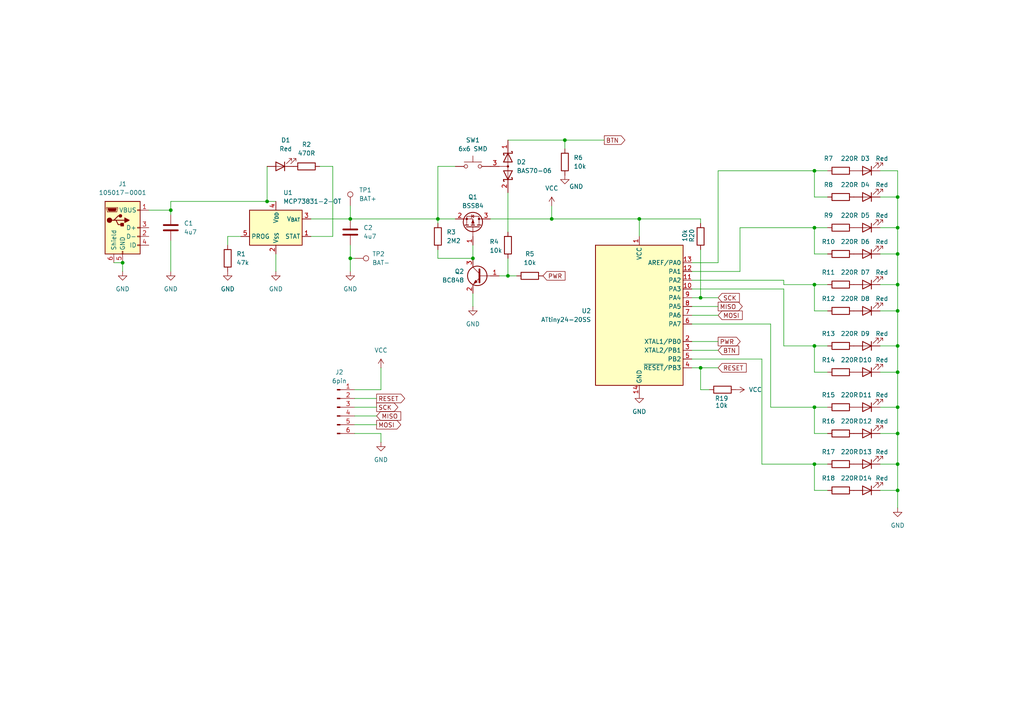
<source format=kicad_sch>
(kicad_sch (version 20250114) (generator "eeschema") (generator_version "9.0")
  (paper "A4")
  (lib_symbols
    (symbol "Battery_Management:MCP73831-2-OT"
      (property "Reference" "U" (at -7.62 6.35 0))
      (property "Value" "MCP73831-2-OT" (at 1.27 6.35 0))
      (symbol "MCP73831-2-OT_0_1"
        (rectangle (start -7.62 5.08) (end 7.62 -5.08) (stroke (width 0.254)) (fill (type background)))
      )
      (symbol "MCP73831-2-OT_1_1"
        (pin input line (at -10.16 -2.54 0) (length 2.54) (name "PROG") (number "5"))
        (pin power_in line (at 0 7.62 270) (length 2.54) (name "V_{DD}") (number "4"))
        (pin power_in line (at 0 -7.62 90) (length 2.54) (name "V_{SS}") (number "2"))
        (pin power_out line (at 10.16 2.54 180) (length 2.54) (name "V_{BAT}") (number "3"))
        (pin tri_state line (at 10.16 -2.54 180) (length 2.54) (name "STAT") (number "1"))
      )
    )
    (symbol "Connector:Conn_01x06_Pin" (pin_names (offset 1.016) (hide yes))
      (property "Reference" "J" (at 0 7.62 0))
      (property "Value" "Conn_01x06_Pin" (at 0 -10.16 0))
      (symbol "Conn_01x06_Pin_1_1"
        (rectangle (start 0.8636 5.207) (end 0 4.953) (stroke (width 0.1524)) (fill (type outline)))
        (rectangle (start 0.8636 2.667) (end 0 2.413) (stroke (width 0.1524)) (fill (type outline)))
        (rectangle (start 0.8636 0.127) (end 0 -0.127) (stroke (width 0.1524)) (fill (type outline)))
        (rectangle (start 0.8636 -2.413) (end 0 -2.667) (stroke (width 0.1524)) (fill (type outline)))
        (rectangle (start 0.8636 -4.953) (end 0 -5.207) (stroke (width 0.1524)) (fill (type outline)))
        (rectangle (start 0.8636 -7.493) (end 0 -7.747) (stroke (width 0.1524)) (fill (type outline)))
        (polyline (pts (xy 1.27 5.08) (xy 0.8636 5.08)) (stroke (width 0.1524)))
        (polyline (pts (xy 1.27 2.54) (xy 0.8636 2.54)) (stroke (width 0.1524)))
        (polyline (pts (xy 1.27 0) (xy 0.8636 0)) (stroke (width 0.1524)))
        (polyline (pts (xy 1.27 -2.54) (xy 0.8636 -2.54)) (stroke (width 0.1524)))
        (polyline (pts (xy 1.27 -5.08) (xy 0.8636 -5.08)) (stroke (width 0.1524)))
        (polyline (pts (xy 1.27 -7.62) (xy 0.8636 -7.62)) (stroke (width 0.1524)))
        (pin passive line (at 5.08 5.08 180) (length 3.81) (name "Pin_1") (number "1"))
        (pin passive line (at 5.08 2.54 180) (length 3.81) (name "Pin_2") (number "2"))
        (pin passive line (at 5.08 0 180) (length 3.81) (name "Pin_3") (number "3"))
        (pin passive line (at 5.08 -2.54 180) (length 3.81) (name "Pin_4") (number "4"))
        (pin passive line (at 5.08 -5.08 180) (length 3.81) (name "Pin_5") (number "5"))
        (pin passive line (at 5.08 -7.62 180) (length 3.81) (name "Pin_6") (number "6"))
      )
    )
    (symbol "Connector:TestPoint" (pin_numbers (hide yes)) (pin_names (offset 0.762) (hide yes))
      (property "Reference" "TP" (at 0 6.858 0))
      (property "Value" "TestPoint" (at 0 5.08 0))
      (symbol "TestPoint_0_1"
        (circle (center 0 3.302) (radius 0.762))
      )
      (symbol "TestPoint_1_1"
        (pin passive line (at 0 0 90) (length 2.54) (name "1") (number "1"))
      )
    )
    (symbol "Connector:USB_B_Micro" (pin_names (offset 1.016))
      (property "Reference" "J" (at -5.08 11.43 0))
      (property "Value" "USB_B_Micro" (at -5.08 8.89 0))
      (symbol "USB_B_Micro_0_1"
        (rectangle (start -5.08 -7.62) (end 5.08 7.62) (stroke (width 0.254)) (fill (type background)))
        (polyline (pts (xy -4.699 5.842) (xy -4.699 5.588) (xy -4.445 4.826) (xy -4.445 4.572) (xy -1.651 4.572) (xy -1.651 4.826) (xy -1.397 5.588) (xy -1.397 5.842) (xy -4.699 5.842)))
        (polyline (pts (xy -4.318 5.588) (xy -1.778 5.588) (xy -2.032 4.826) (xy -4.064 4.826) (xy -4.318 5.588)) (fill (type outline)))
        (circle (center -3.81 2.159) (radius 0.635) (stroke (width 0.254)) (fill (type outline)))
        (polyline (pts (xy -3.175 2.159) (xy -2.54 2.159) (xy -1.27 3.429) (xy -0.635 3.429)) (stroke (width 0.254)))
        (polyline (pts (xy -2.54 2.159) (xy -1.905 2.159) (xy -1.27 0.889) (xy 0 0.889)) (stroke (width 0.254)))
        (polyline (pts (xy -1.905 2.159) (xy 0.635 2.159)) (stroke (width 0.254)))
        (circle (center -0.635 3.429) (radius 0.381) (stroke (width 0.254)) (fill (type outline)))
        (rectangle (start -0.127 -7.62) (end 0.127 -6.858))
        (rectangle (start 0.254 1.27) (end -0.508 0.508) (stroke (width 0.254)) (fill (type outline)))
        (polyline (pts (xy 0.635 2.794) (xy 0.635 1.524) (xy 1.905 2.159) (xy 0.635 2.794)) (stroke (width 0.254)) (fill (type outline)))
        (rectangle (start 5.08 4.953) (end 4.318 5.207))
        (rectangle (start 5.08 -0.127) (end 4.318 0.127))
        (rectangle (start 5.08 -2.667) (end 4.318 -2.413))
        (rectangle (start 5.08 -5.207) (end 4.318 -4.953))
      )
      (symbol "USB_B_Micro_1_1"
        (pin passive line (at -2.54 -10.16 90) (length 2.54) (name "Shield") (number "6"))
        (pin power_out line (at 0 -10.16 90) (length 2.54) (name "GND") (number "5"))
        (pin power_out line (at 7.62 5.08 180) (length 2.54) (name "VBUS") (number "1"))
        (pin bidirectional line (at 7.62 0 180) (length 2.54) (name "D+") (number "3"))
        (pin bidirectional line (at 7.62 -2.54 180) (length 2.54) (name "D-") (number "2"))
        (pin passive line (at 7.62 -5.08 180) (length 2.54) (name "ID") (number "4"))
      )
    )
    (symbol "Device:C" (pin_numbers (hide yes)) (pin_names (offset 0.254))
      (property "Reference" "C" (at 0.635 2.54 0))
      (property "Value" "C" (at 0.635 -2.54 0))
      (symbol "C_0_1"
        (polyline (pts (xy -2.032 0.762) (xy 2.032 0.762)) (stroke (width 0.508)))
        (polyline (pts (xy -2.032 -0.762) (xy 2.032 -0.762)) (stroke (width 0.508)))
      )
      (symbol "C_1_1"
        (pin passive line (at 0 3.81 270) (length 2.794) (name "~") (number "1"))
        (pin passive line (at 0 -3.81 90) (length 2.794) (name "~") (number "2"))
      )
    )
    (symbol "Device:D_Schottky_Dual_CommonAnode_KKA" (pin_names (offset 0.762) (hide yes))
      (property "Reference" "D" (at 1.27 -2.54 0))
      (property "Value" "D_Schottky_Dual_CommonAnode_KKA" (at 0 2.54 0))
      (symbol "D_Schottky_Dual_CommonAnode_KKA_0_1"
        (polyline (pts (xy -3.81 1.27) (xy -3.81 -1.27) (xy -3.81 -1.27)) (stroke (width 0.254)))
        (polyline (pts (xy -3.81 1.27) (xy -4.318 1.27) (xy -4.318 1.016) (xy -4.318 1.016)) (stroke (width 0.254)))
        (polyline (pts (xy -3.556 0) (xy 3.81 0)))
        (polyline (pts (xy -3.302 -1.016) (xy -3.302 -1.27) (xy -3.81 -1.27) (xy -3.81 -1.27) (xy -3.81 -1.27)) (stroke (width 0.254)))
        (polyline (pts (xy -1.27 -1.27) (xy -3.81 0) (xy -1.27 1.27) (xy -1.27 -1.27) (xy -1.27 -1.27) (xy -1.27 -1.27)) (stroke (width 0.254)))
        (polyline (pts (xy 0 0) (xy 0 -2.54)))
        (circle (center 0 0) (radius 0.254) (fill (type outline)))
        (polyline (pts (xy 1.27 1.27) (xy 3.81 0) (xy 1.27 -1.27) (xy 1.27 1.27) (xy 1.27 1.27) (xy 1.27 1.27)) (stroke (width 0.254)))
        (polyline (pts (xy 3.81 1.27) (xy 3.81 -1.27) (xy 3.81 -1.27)) (stroke (width 0.254)))
        (polyline (pts (xy 3.81 1.27) (xy 3.302 1.27) (xy 3.302 1.016) (xy 3.302 1.016)) (stroke (width 0.254)))
        (polyline (pts (xy 3.81 -1.27) (xy 4.318 -1.27) (xy 4.318 -1.016) (xy 4.318 -1.016)) (stroke (width 0.254)))
        (pin passive line (at -7.62 0 0) (length 3.81) (name "K") (number "1"))
        (pin passive line (at 0 -5.08 90) (length 2.54) (name "A") (number "3"))
        (pin passive line (at 7.62 0 180) (length 3.81) (name "K") (number "2"))
      )
    )
    (symbol "Device:LED" (pin_numbers (hide yes)) (pin_names (offset 1.016) (hide yes))
      (property "Reference" "D" (at 0 2.54 0))
      (property "Value" "LED" (at 0 -2.54 0))
      (symbol "LED_0_1"
        (polyline (pts (xy -3.048 -0.762) (xy -4.572 -2.286) (xy -3.81 -2.286) (xy -4.572 -2.286) (xy -4.572 -1.524)))
        (polyline (pts (xy -1.778 -0.762) (xy -3.302 -2.286) (xy -2.54 -2.286) (xy -3.302 -2.286) (xy -3.302 -1.524)))
        (polyline (pts (xy -1.27 0) (xy 1.27 0)))
        (polyline (pts (xy -1.27 -1.27) (xy -1.27 1.27)) (stroke (width 0.254)))
        (polyline (pts (xy 1.27 -1.27) (xy 1.27 1.27) (xy -1.27 0) (xy 1.27 -1.27)) (stroke (width 0.254)))
      )
      (symbol "LED_1_1"
        (pin passive line (at -3.81 0 0) (length 2.54) (name "K") (number "1"))
        (pin passive line (at 3.81 0 180) (length 2.54) (name "A") (number "2"))
      )
    )
    (symbol "Device:R" (pin_numbers (hide yes)) (pin_names (offset 0))
      (property "Reference" "R" (at 2.032 0 90))
      (property "Value" "R" (at 0 0 90))
      (symbol "R_0_1"
        (rectangle (start -1.016 -2.54) (end 1.016 2.54) (stroke (width 0.254)))
      )
      (symbol "R_1_1"
        (pin passive line (at 0 3.81 270) (length 1.27) (name "~") (number "1"))
        (pin passive line (at 0 -3.81 90) (length 1.27) (name "~") (number "2"))
      )
    )
    (symbol "MCU_Microchip_ATtiny:ATtiny24-20SS"
      (property "Reference" "U" (at -12.7 21.59 0))
      (property "Value" "ATtiny24-20SS" (at 2.54 -21.59 0))
      (symbol "ATtiny24-20SS_0_1"
        (rectangle (start -12.7 -20.32) (end 12.7 20.32) (stroke (width 0.254)) (fill (type background)))
      )
      (symbol "ATtiny24-20SS_1_1"
        (pin power_in line (at 0 22.86 270) (length 2.54) (name "VCC") (number "1"))
        (pin power_in line (at 0 -22.86 90) (length 2.54) (name "GND") (number "14"))
        (pin bidirectional line (at 15.24 15.24 180) (length 2.54) (name "AREF/PA0") (number "13"))
        (pin bidirectional line (at 15.24 12.7 180) (length 2.54) (name "PA1") (number "12"))
        (pin bidirectional line (at 15.24 10.16 180) (length 2.54) (name "PA2") (number "11"))
        (pin bidirectional line (at 15.24 7.62 180) (length 2.54) (name "PA3") (number "10"))
        (pin bidirectional line (at 15.24 5.08 180) (length 2.54) (name "PA4") (number "9"))
        (pin bidirectional line (at 15.24 2.54 180) (length 2.54) (name "PA5") (number "8"))
        (pin bidirectional line (at 15.24 0 180) (length 2.54) (name "PA6") (number "7"))
        (pin bidirectional line (at 15.24 -2.54 180) (length 2.54) (name "PA7") (number "6"))
        (pin bidirectional line (at 15.24 -7.62 180) (length 2.54) (name "XTAL1/PB0") (number "2"))
        (pin bidirectional line (at 15.24 -10.16 180) (length 2.54) (name "XTAL2/PB1") (number "3"))
        (pin bidirectional line (at 15.24 -12.7 180) (length 2.54) (name "PB2") (number "5"))
        (pin bidirectional line (at 15.24 -15.24 180) (length 2.54) (name "~{RESET}/PB3") (number "4"))
      )
    )
    (symbol "Switch:SW_Push" (pin_numbers (hide yes)) (pin_names (offset 1.016) (hide yes))
      (property "Reference" "SW" (at 1.27 2.54 0))
      (property "Value" "SW_Push" (at 0 -1.524 0))
      (symbol "SW_Push_0_1"
        (circle (center -2.032 0) (radius 0.508))
        (polyline (pts (xy 0 1.27) (xy 0 3.048)))
        (circle (center 2.032 0) (radius 0.508))
        (polyline (pts (xy 2.54 1.27) (xy -2.54 1.27)))
        (pin passive line (at -5.08 0 0) (length 2.54) (name "1") (number "1"))
        (pin passive line (at 5.08 0 180) (length 2.54) (name "2") (number "2"))
      )
    )
    (symbol "Transistor_BJT:BC848" (pin_names (offset 0) (hide yes))
      (property "Reference" "Q" (at 5.08 1.905 0))
      (property "Value" "BC848" (at 5.08 0 0))
      (symbol "BC848_0_1"
        (polyline (pts (xy -2.54 0) (xy 0.635 0)))
        (polyline (pts (xy 0.635 1.905) (xy 0.635 -1.905)) (stroke (width 0.508)))
        (circle (center 1.27 0) (radius 2.8194) (stroke (width 0.254)))
      )
      (symbol "BC848_1_1"
        (polyline (pts (xy 0.635 0.635) (xy 2.54 2.54)))
        (polyline (pts (xy 0.635 -0.635) (xy 2.54 -2.54)))
        (polyline (pts (xy 1.27 -1.778) (xy 1.778 -1.27) (xy 2.286 -2.286) (xy 1.27 -1.778)) (fill (type outline)))
        (pin input line (at -5.08 0 0) (length 2.54) (name "B") (number "1"))
        (pin passive line (at 2.54 5.08 270) (length 2.54) (name "C") (number "3"))
        (pin passive line (at 2.54 -5.08 90) (length 2.54) (name "E") (number "2"))
      )
    )
    (symbol "Transistor_FET:BSS84" (pin_names (hide yes))
      (property "Reference" "Q" (at 5.08 1.905 0))
      (property "Value" "BSS84" (at 5.08 0 0))
      (symbol "BSS84_0_1"
        (polyline (pts (xy 0.254 1.905) (xy 0.254 -1.905)) (stroke (width 0.254)))
        (polyline (pts (xy 0.254 0) (xy -2.54 0)))
        (polyline (pts (xy 0.762 2.286) (xy 0.762 1.27)) (stroke (width 0.254)))
        (polyline (pts (xy 0.762 1.778) (xy 3.302 1.778) (xy 3.302 -1.778) (xy 0.762 -1.778)))
        (polyline (pts (xy 0.762 0.508) (xy 0.762 -0.508)) (stroke (width 0.254)))
        (polyline (pts (xy 0.762 -1.27) (xy 0.762 -2.286)) (stroke (width 0.254)))
        (circle (center 1.651 0) (radius 2.794) (stroke (width 0.254)))
        (polyline (pts (xy 2.286 0) (xy 1.27 0.381) (xy 1.27 -0.381) (xy 2.286 0)) (fill (type outline)))
        (polyline (pts (xy 2.54 2.54) (xy 2.54 1.778)))
        (circle (center 2.54 1.778) (radius 0.254) (fill (type outline)))
        (circle (center 2.54 -1.778) (radius 0.254) (fill (type outline)))
        (polyline (pts (xy 2.54 -2.54) (xy 2.54 0) (xy 0.762 0)))
        (polyline (pts (xy 2.794 -0.508) (xy 2.921 -0.381) (xy 3.683 -0.381) (xy 3.81 -0.254)))
        (polyline (pts (xy 3.302 -0.381) (xy 2.921 0.254) (xy 3.683 0.254) (xy 3.302 -0.381)))
      )
      (symbol "BSS84_1_1"
        (pin input line (at -5.08 0 0) (length 2.54) (name "G") (number "1"))
        (pin passive line (at 2.54 5.08 270) (length 2.54) (name "D") (number "3"))
        (pin passive line (at 2.54 -5.08 90) (length 2.54) (name "S") (number "2"))
      )
    )
    (symbol "power:GND" (power) (pin_numbers (hide yes)) (pin_names (offset 0) (hide yes))
      (property "Value" "GND" (at 0 -3.81 0))
      (symbol "GND_0_1"
        (polyline (pts (xy 0 0) (xy 0 -1.27) (xy 1.27 -1.27) (xy 0 -2.54) (xy -1.27 -1.27) (xy 0 -1.27)))
      )
      (symbol "GND_1_1"
        (pin power_in line (at 0 0 270) (length 0) (name "~") (number "1"))
      )
    )
    (symbol "power:VCC" (power) (pin_numbers (hide yes)) (pin_names (offset 0) (hide yes))
      (property "Value" "VCC" (at 0 3.556 0))
      (symbol "VCC_0_1"
        (polyline (pts (xy -0.762 1.27) (xy 0 2.54)))
        (polyline (pts (xy 0 2.54) (xy 0.762 1.27)))
        (polyline (pts (xy 0 0) (xy 0 2.54)))
      )
      (symbol "VCC_1_1"
        (pin power_in line (at 0 0 90) (length 0) (name "~") (number "1"))
      )
    )
  )
  (junction (at 260.35 82.55))
  (junction (at 260.35 57.15))
  (junction (at 35.56 76.2))
  (junction (at 49.53 60.96))
  (junction (at 260.35 118.11))
  (junction (at 236.22 82.55))
  (junction (at 101.6 63.5))
  (junction (at 236.22 134.62))
  (junction (at 260.35 90.17))
  (junction (at 236.22 118.11))
  (junction (at 236.22 100.33))
  (junction (at 77.47 58.42))
  (junction (at 185.42 63.5))
  (junction (at 260.35 134.62))
  (junction (at 137.16 74.93))
  (junction (at 163.83 40.64))
  (junction (at 203.2 86.36))
  (junction (at 260.35 100.33))
  (junction (at 236.22 66.04))
  (junction (at 260.35 125.73))
  (junction (at 260.35 73.66))
  (junction (at 260.35 66.04))
  (junction (at 127 63.5))
  (junction (at 260.35 107.95))
  (junction (at 101.6 74.93))
  (junction (at 236.22 49.53))
  (junction (at 147.32 80.01))
  (junction (at 203.2 106.68))
  (junction (at 160.02 63.5))
  (junction (at 260.35 142.24))
  (wire (pts (xy 102.87 118.11) (xy 109.22 118.11)))
  (wire (pts (xy 200.66 76.2) (xy 208.28 76.2)))
  (wire (pts (xy 66.04 68.58) (xy 69.85 68.58)))
  (wire (pts (xy 255.27 82.55) (xy 260.35 82.55)))
  (wire (pts (xy 142.24 63.5) (xy 160.02 63.5)))
  (wire (pts (xy 255.27 134.62) (xy 260.35 134.62)))
  (wire (pts (xy 200.66 91.44) (xy 208.28 91.44)))
  (wire (pts (xy 35.56 76.2) (xy 35.56 78.74)))
  (wire (pts (xy 43.18 60.96) (xy 49.53 60.96)))
  (wire (pts (xy 227.33 83.82) (xy 227.33 100.33)))
  (wire (pts (xy 260.35 90.17) (xy 260.35 100.33)))
  (wire (pts (xy 147.32 55.88) (xy 147.32 67.31)))
  (wire (pts (xy 260.35 82.55) (xy 260.35 90.17)))
  (wire (pts (xy 77.47 48.26) (xy 77.47 58.42)))
  (wire (pts (xy 149.86 80.01) (xy 147.32 80.01)))
  (wire (pts (xy 200.66 81.28) (xy 227.33 81.28)))
  (wire (pts (xy 49.53 60.96) (xy 49.53 62.23)))
  (wire (pts (xy 214.63 66.04) (xy 236.22 66.04)))
  (wire (pts (xy 260.35 100.33) (xy 260.35 107.95)))
  (wire (pts (xy 236.22 118.11) (xy 236.22 125.73)))
  (wire (pts (xy 255.27 107.95) (xy 260.35 107.95)))
  (wire (pts (xy 80.01 73.66) (xy 80.01 78.74)))
  (wire (pts (xy 236.22 142.24) (xy 240.03 142.24)))
  (wire (pts (xy 137.16 85.09) (xy 137.16 88.9)))
  (wire (pts (xy 203.2 106.68) (xy 203.2 113.03)))
  (wire (pts (xy 163.83 40.64) (xy 163.83 43.18)))
  (wire (pts (xy 96.52 48.26) (xy 92.71 48.26)))
  (wire (pts (xy 236.22 134.62) (xy 236.22 142.24)))
  (wire (pts (xy 255.27 73.66) (xy 260.35 73.66)))
  (wire (pts (xy 260.35 57.15) (xy 260.35 66.04)))
  (wire (pts (xy 240.03 66.04) (xy 236.22 66.04)))
  (wire (pts (xy 208.28 49.53) (xy 236.22 49.53)))
  (wire (pts (xy 200.66 83.82) (xy 227.33 83.82)))
  (wire (pts (xy 200.66 106.68) (xy 203.2 106.68)))
  (wire (pts (xy 208.28 76.2) (xy 208.28 49.53)))
  (wire (pts (xy 240.03 118.11) (xy 236.22 118.11)))
  (wire (pts (xy 236.22 125.73) (xy 240.03 125.73)))
  (wire (pts (xy 227.33 81.28) (xy 227.33 82.55)))
  (wire (pts (xy 147.32 80.01) (xy 144.78 80.01)))
  (wire (pts (xy 160.02 59.69) (xy 160.02 63.5)))
  (wire (pts (xy 255.27 118.11) (xy 260.35 118.11)))
  (wire (pts (xy 200.66 104.14) (xy 220.98 104.14)))
  (wire (pts (xy 255.27 57.15) (xy 260.35 57.15)))
  (wire (pts (xy 160.02 63.5) (xy 185.42 63.5)))
  (wire (pts (xy 240.03 82.55) (xy 236.22 82.55)))
  (wire (pts (xy 203.2 86.36) (xy 208.28 86.36)))
  (wire (pts (xy 200.66 78.74) (xy 214.63 78.74)))
  (wire (pts (xy 223.52 118.11) (xy 236.22 118.11)))
  (wire (pts (xy 132.08 48.26) (xy 127 48.26)))
  (wire (pts (xy 260.35 107.95) (xy 260.35 118.11)))
  (wire (pts (xy 236.22 73.66) (xy 240.03 73.66)))
  (wire (pts (xy 203.2 72.39) (xy 203.2 86.36)))
  (wire (pts (xy 77.47 58.42) (xy 80.01 58.42)))
  (wire (pts (xy 220.98 134.62) (xy 236.22 134.62)))
  (wire (pts (xy 227.33 100.33) (xy 236.22 100.33)))
  (wire (pts (xy 102.87 123.19) (xy 109.22 123.19)))
  (wire (pts (xy 101.6 74.93) (xy 101.6 78.74)))
  (wire (pts (xy 240.03 100.33) (xy 236.22 100.33)))
  (wire (pts (xy 240.03 134.62) (xy 236.22 134.62)))
  (wire (pts (xy 66.04 71.12) (xy 66.04 68.58)))
  (wire (pts (xy 127 63.5) (xy 132.08 63.5)))
  (wire (pts (xy 236.22 57.15) (xy 240.03 57.15)))
  (wire (pts (xy 49.53 69.85) (xy 49.53 78.74)))
  (wire (pts (xy 185.42 63.5) (xy 203.2 63.5)))
  (wire (pts (xy 236.22 90.17) (xy 240.03 90.17)))
  (wire (pts (xy 227.33 82.55) (xy 236.22 82.55)))
  (wire (pts (xy 260.35 125.73) (xy 260.35 134.62)))
  (wire (pts (xy 102.87 115.57) (xy 109.22 115.57)))
  (wire (pts (xy 200.66 99.06) (xy 208.28 99.06)))
  (wire (pts (xy 214.63 78.74) (xy 214.63 66.04)))
  (wire (pts (xy 110.49 113.03) (xy 110.49 106.68)))
  (wire (pts (xy 255.27 100.33) (xy 260.35 100.33)))
  (wire (pts (xy 200.66 93.98) (xy 223.52 93.98)))
  (wire (pts (xy 110.49 125.73) (xy 110.49 128.27)))
  (wire (pts (xy 236.22 100.33) (xy 236.22 107.95)))
  (wire (pts (xy 127 48.26) (xy 127 63.5)))
  (wire (pts (xy 255.27 142.24) (xy 260.35 142.24)))
  (wire (pts (xy 200.66 86.36) (xy 203.2 86.36)))
  (wire (pts (xy 255.27 125.73) (xy 260.35 125.73)))
  (wire (pts (xy 255.27 90.17) (xy 260.35 90.17)))
  (wire (pts (xy 255.27 66.04) (xy 260.35 66.04)))
  (wire (pts (xy 101.6 63.5) (xy 101.6 59.69)))
  (wire (pts (xy 102.87 125.73) (xy 110.49 125.73)))
  (wire (pts (xy 205.74 113.03) (xy 203.2 113.03)))
  (wire (pts (xy 147.32 74.93) (xy 147.32 80.01)))
  (wire (pts (xy 137.16 74.93) (xy 137.16 71.12)))
  (wire (pts (xy 236.22 66.04) (xy 236.22 73.66)))
  (wire (pts (xy 127 72.39) (xy 127 74.93)))
  (wire (pts (xy 200.66 101.6) (xy 208.28 101.6)))
  (wire (pts (xy 223.52 93.98) (xy 223.52 118.11)))
  (wire (pts (xy 49.53 58.42) (xy 77.47 58.42)))
  (wire (pts (xy 49.53 58.42) (xy 49.53 60.96)))
  (wire (pts (xy 255.27 49.53) (xy 260.35 49.53)))
  (wire (pts (xy 260.35 118.11) (xy 260.35 125.73)))
  (wire (pts (xy 90.17 68.58) (xy 96.52 68.58)))
  (wire (pts (xy 203.2 106.68) (xy 208.28 106.68)))
  (wire (pts (xy 236.22 82.55) (xy 236.22 90.17)))
  (wire (pts (xy 127 64.77) (xy 127 63.5)))
  (wire (pts (xy 240.03 49.53) (xy 236.22 49.53)))
  (wire (pts (xy 260.35 73.66) (xy 260.35 82.55)))
  (wire (pts (xy 203.2 64.77) (xy 203.2 63.5)))
  (wire (pts (xy 236.22 49.53) (xy 236.22 57.15)))
  (wire (pts (xy 260.35 66.04) (xy 260.35 73.66)))
  (wire (pts (xy 185.42 63.5) (xy 185.42 68.58)))
  (wire (pts (xy 33.02 76.2) (xy 35.56 76.2)))
  (wire (pts (xy 96.52 68.58) (xy 96.52 48.26)))
  (wire (pts (xy 102.87 113.03) (xy 110.49 113.03)))
  (wire (pts (xy 101.6 63.5) (xy 127 63.5)))
  (wire (pts (xy 220.98 104.14) (xy 220.98 134.62)))
  (wire (pts (xy 101.6 74.93) (xy 102.87 74.93)))
  (wire (pts (xy 236.22 107.95) (xy 240.03 107.95)))
  (wire (pts (xy 260.35 49.53) (xy 260.35 57.15)))
  (wire (pts (xy 260.35 142.24) (xy 260.35 147.32)))
  (wire (pts (xy 147.32 40.64) (xy 163.83 40.64)))
  (wire (pts (xy 200.66 88.9) (xy 208.28 88.9)))
  (wire (pts (xy 163.83 40.64) (xy 175.26 40.64)))
  (wire (pts (xy 101.6 71.12) (xy 101.6 74.93)))
  (wire (pts (xy 102.87 120.65) (xy 109.22 120.65)))
  (wire (pts (xy 90.17 63.5) (xy 101.6 63.5)))
  (wire (pts (xy 127 74.93) (xy 137.16 74.93)))
  (wire (pts (xy 260.35 134.62) (xy 260.35 142.24)))
  (global_label "SCK" (shape output) (at 109.22 118.11 0) (property "Intersheetrefs" "${INTERSHEET_REFS}" (effects (hide yes))))
  (global_label "MOSI" (shape input) (at 208.28 91.44 0) (property "Intersheetrefs" "${INTERSHEET_REFS}" (effects (hide yes))))
  (global_label "RESET" (shape input) (at 208.28 106.68 0) (property "Intersheetrefs" "${INTERSHEET_REFS}" (effects (hide yes))))
  (global_label "MOSI" (shape output) (at 109.22 123.19 0) (property "Intersheetrefs" "${INTERSHEET_REFS}" (effects (hide yes))))
  (global_label "PWR" (shape input) (at 157.48 80.01 0) (property "Intersheetrefs" "${INTERSHEET_REFS}" (effects (hide yes))))
  (global_label "PWR" (shape output) (at 208.28 99.06 0) (property "Intersheetrefs" "${INTERSHEET_REFS}" (effects (hide yes))))
  (global_label "BTN" (shape output) (at 175.26 40.64 0) (property "Intersheetrefs" "${INTERSHEET_REFS}" (effects (hide yes))))
  (global_label "MISO" (shape output) (at 208.28 88.9 0) (property "Intersheetrefs" "${INTERSHEET_REFS}" (effects (hide yes))))
  (global_label "RESET" (shape output) (at 109.22 115.57 0) (property "Intersheetrefs" "${INTERSHEET_REFS}" (effects (hide yes))))
  (global_label "MISO" (shape input) (at 109.22 120.65 0) (property "Intersheetrefs" "${INTERSHEET_REFS}" (effects (hide yes))))
  (global_label "SCK" (shape input) (at 208.28 86.36 0) (property "Intersheetrefs" "${INTERSHEET_REFS}" (effects (hide yes))))
  (global_label "BTN" (shape input) (at 208.28 101.6 0) (property "Intersheetrefs" "${INTERSHEET_REFS}" (effects (hide yes))))
  (symbol (lib_id "Device:R") (at 203.2 68.58 0) (unit 1)
    (property "Reference" "R20" (at 200.66 68.326 90))
    (property "Value" "10k" (at 198.628 68.326 90))
    (property "Footprint" "Resistor_SMD:R_1206_3216Metric_Pad1.30x1.75mm_HandSolder" (effects (hide yes)))
    (property "Description" "Resistor" (effects (hide yes)))
  )
  (symbol (lib_id "power:VCC") (at 213.36 113.03 270) (unit 1)
    (property "Reference" "#PWR013" (effects (hide yes)))
    (property "Value" "VCC" (at 217.17 113.0299 90) (effects (justify left)))
    (property "Description" "Power symbol creates a global label with name \"VCC\"" (effects (hide yes)))
  )
  (symbol (lib_id "Device:R") (at 243.84 125.73 270) (unit 1)
    (property "Reference" "R16" (at 240.284 122.174 90))
    (property "Value" "220R" (at 246.38 122.174 90))
    (property "Footprint" "Resistor_SMD:R_1206_3216Metric_Pad1.30x1.75mm_HandSolder" (effects (hide yes)))
    (property "Description" "Resistor" (effects (hide yes)))
  )
  (symbol (lib_id "Device:LED") (at 251.46 82.55 180) (unit 1)
    (property "Reference" "D7" (at 250.952 78.994 0))
    (property "Value" "Red" (at 255.778 78.994 0))
    (property "Footprint" "LED_SMD:LED_1206_3216Metric_Pad1.42x1.75mm_HandSolder" (effects (hide yes)))
    (property "Description" "Light emitting diode" (effects (hide yes)))
    (property "Sim.Pins" "1=K 2=A" (effects (hide yes)))
  )
  (symbol (lib_id "power:GND") (at 110.49 128.27 0) (unit 1)
    (property "Reference" "#PWR011" (effects (hide yes)))
    (property "Value" "GND" (at 110.49 133.35 0))
    (property "Description" "Power symbol creates a global label with name \"GND\" , ground" (effects (hide yes)))
  )
  (symbol (lib_id "power:VCC") (at 110.49 106.68 0) (unit 1)
    (property "Reference" "#PWR07" (effects (hide yes)))
    (property "Value" "VCC" (at 110.49 101.6 0))
    (property "Description" "Power symbol creates a global label with name \"VCC\"" (effects (hide yes)))
  )
  (symbol (lib_id "Device:R") (at 163.83 46.99 180) (unit 1)
    (property "Reference" "R6" (at 166.37 45.7199 0) (effects (justify right)))
    (property "Value" "10k" (at 166.37 48.2599 0) (effects (justify right)))
    (property "Footprint" "Resistor_SMD:R_1206_3216Metric_Pad1.30x1.75mm_HandSolder" (effects (hide yes)))
    (property "Description" "Resistor" (effects (hide yes)))
  )
  (symbol (lib_id "power:VCC") (at 160.02 59.69 0) (unit 1)
    (property "Reference" "#PWR010" (effects (hide yes)))
    (property "Value" "VCC" (at 160.02 54.61 0))
    (property "Description" "Power symbol creates a global label with name \"VCC\"" (effects (hide yes)))
  )
  (symbol (lib_id "Device:R") (at 127 68.58 0) (unit 1)
    (property "Reference" "R3" (at 129.54 67.3099 0) (effects (justify left)))
    (property "Value" "2M2" (at 129.54 69.8499 0) (effects (justify left)))
    (property "Footprint" "Resistor_SMD:R_1206_3216Metric_Pad1.30x1.75mm_HandSolder" (effects (hide yes)))
    (property "Description" "Resistor" (effects (hide yes)))
  )
  (symbol (lib_id "Connector:Conn_01x06_Pin") (at 97.79 118.11 0) (unit 1)
    (property "Reference" "J2" (at 98.425 107.95 0))
    (property "Value" "6pin" (at 98.425 110.49 0))
    (property "Footprint" "Connector_PinHeader_2.54mm:PinHeader_1x06_P2.54mm_Vertical" (effects (hide yes)))
    (property "Description" "Generic connector, single row, 01x06, script generated" (effects (hide yes)))
  )
  (symbol (lib_id "power:GND") (at 80.01 78.74 0) (unit 1)
    (property "Reference" "#PWR03" (effects (hide yes)))
    (property "Value" "GND" (at 80.01 83.82 0))
    (property "Description" "Power symbol creates a global label with name \"GND\" , ground" (effects (hide yes)))
  )
  (symbol (lib_id "Device:R") (at 243.84 100.33 270) (unit 1)
    (property "Reference" "R13" (at 240.284 96.774 90))
    (property "Value" "220R" (at 246.38 96.774 90))
    (property "Footprint" "Resistor_SMD:R_1206_3216Metric_Pad1.30x1.75mm_HandSolder" (effects (hide yes)))
    (property "Description" "Resistor" (effects (hide yes)))
  )
  (symbol (lib_id "power:GND") (at 163.83 50.8 0) (unit 1)
    (property "Reference" "#PWR08" (effects (hide yes)))
    (property "Value" "GND" (at 167.132 54.102 0))
    (property "Description" "Power symbol creates a global label with name \"GND\" , ground" (effects (hide yes)))
  )
  (symbol (lib_id "power:GND") (at 35.56 78.74 0) (unit 1)
    (property "Reference" "#PWR02" (effects (hide yes)))
    (property "Value" "GND" (at 35.56 83.82 0))
    (property "Description" "Power symbol creates a global label with name \"GND\" , ground" (effects (hide yes)))
  )
  (symbol (lib_id "Device:R") (at 209.55 113.03 90) (unit 1)
    (property "Reference" "R19" (at 209.296 115.57 90))
    (property "Value" "10k" (at 209.296 117.602 90))
    (property "Footprint" "Resistor_SMD:R_1206_3216Metric_Pad1.30x1.75mm_HandSolder" (effects (hide yes)))
    (property "Description" "Resistor" (effects (hide yes)))
  )
  (symbol (lib_id "Device:R") (at 66.04 74.93 0) (unit 1)
    (property "Reference" "R1" (at 68.58 73.6599 0) (effects (justify left)))
    (property "Value" "47k" (at 68.58 76.1999 0) (effects (justify left)))
    (property "Footprint" "Resistor_SMD:R_1206_3216Metric_Pad1.30x1.75mm_HandSolder" (effects (hide yes)))
    (property "Description" "Resistor" (effects (hide yes)))
  )
  (symbol (lib_id "Device:C") (at 101.6 67.31 0) (unit 1)
    (property "Reference" "C2" (at 105.41 66.0399 0) (effects (justify left)))
    (property "Value" "4u7" (at 105.41 68.5799 0) (effects (justify left)))
    (property "Footprint" "Capacitor_SMD:C_1206_3216Metric_Pad1.33x1.80mm_HandSolder" (effects (hide yes)))
    (property "Description" "Unpolarized capacitor" (effects (hide yes)))
  )
  (symbol (lib_id "Device:LED") (at 251.46 134.62 180) (unit 1)
    (property "Reference" "D13" (at 250.952 131.064 0))
    (property "Value" "Red" (at 255.778 131.064 0))
    (property "Footprint" "LED_SMD:LED_1206_3216Metric_Pad1.42x1.75mm_HandSolder" (effects (hide yes)))
    (property "Description" "Light emitting diode" (effects (hide yes)))
    (property "Sim.Pins" "1=K 2=A" (effects (hide yes)))
  )
  (symbol (lib_id "Device:LED") (at 251.46 142.24 180) (unit 1)
    (property "Reference" "D14" (at 250.952 138.684 0))
    (property "Value" "Red" (at 255.778 138.684 0))
    (property "Footprint" "LED_SMD:LED_1206_3216Metric_Pad1.42x1.75mm_HandSolder" (effects (hide yes)))
    (property "Description" "Light emitting diode" (effects (hide yes)))
    (property "Sim.Pins" "1=K 2=A" (effects (hide yes)))
  )
  (symbol (lib_id "Device:LED") (at 251.46 100.33 180) (unit 1)
    (property "Reference" "D9" (at 250.952 96.774 0))
    (property "Value" "Red" (at 255.778 96.774 0))
    (property "Footprint" "LED_SMD:LED_1206_3216Metric_Pad1.42x1.75mm_HandSolder" (effects (hide yes)))
    (property "Description" "Light emitting diode" (effects (hide yes)))
    (property "Sim.Pins" "1=K 2=A" (effects (hide yes)))
  )
  (symbol (lib_id "Connector:TestPoint") (at 102.87 74.93 270) (unit 1)
    (property "Reference" "TP2" (at 107.95 73.6599 90) (effects (justify left)))
    (property "Value" "BAT-" (at 107.95 76.1999 90) (effects (justify left)))
    (property "Footprint" "TestPoint:TestPoint_THTPad_2.0x2.0mm_Drill1.0mm" (effects (hide yes)))
    (property "Description" "test point" (effects (hide yes)))
  )
  (symbol (lib_id "Device:R") (at 243.84 73.66 270) (unit 1)
    (property "Reference" "R10" (at 240.284 70.104 90))
    (property "Value" "220R" (at 246.38 70.104 90))
    (property "Footprint" "Resistor_SMD:R_1206_3216Metric_Pad1.30x1.75mm_HandSolder" (effects (hide yes)))
    (property "Description" "Resistor" (effects (hide yes)))
  )
  (symbol (lib_id "Device:LED") (at 251.46 49.53 180) (unit 1)
    (property "Reference" "D3" (at 250.952 45.974 0))
    (property "Value" "Red" (at 255.778 45.974 0))
    (property "Footprint" "LED_SMD:LED_1206_3216Metric_Pad1.42x1.75mm_HandSolder" (effects (hide yes)))
    (property "Description" "Light emitting diode" (effects (hide yes)))
    (property "Sim.Pins" "1=K 2=A" (effects (hide yes)))
  )
  (symbol (lib_id "Switch:SW_Push") (at 137.16 48.26 0) (unit 1)
    (property "Reference" "SW1" (at 137.16 40.64 0))
    (property "Value" "6x6 SMD" (at 137.16 43.18 0))
    (property "Footprint" "Button_Switch_SMD:SW_SPST_PTS645" (effects (hide yes)))
    (property "Description" "Push button switch, generic, two pins" (effects (hide yes)))
  )
  (symbol (lib_id "power:GND") (at 260.35 147.32 0) (unit 1)
    (property "Reference" "#PWR012" (effects (hide yes)))
    (property "Value" "GND" (at 260.35 152.4 0))
    (property "Description" "Power symbol creates a global label with name \"GND\" , ground" (effects (hide yes)))
  )
  (symbol (lib_id "power:GND") (at 101.6 78.74 0) (unit 1)
    (property "Reference" "#PWR01" (effects (hide yes)))
    (property "Value" "GND" (at 101.6 83.82 0))
    (property "Description" "Power symbol creates a global label with name \"GND\" , ground" (effects (hide yes)))
  )
  (symbol (lib_id "Device:LED") (at 251.46 57.15 180) (unit 1)
    (property "Reference" "D4" (at 250.952 53.594 0))
    (property "Value" "Red" (at 255.778 53.594 0))
    (property "Footprint" "LED_SMD:LED_1206_3216Metric_Pad1.42x1.75mm_HandSolder" (effects (hide yes)))
    (property "Description" "Light emitting diode" (effects (hide yes)))
    (property "Sim.Pins" "1=K 2=A" (effects (hide yes)))
  )
  (symbol (lib_id "Battery_Management:MCP73831-2-OT") (at 80.01 66.04 0) (unit 1)
    (property "Reference" "U1" (at 82.1533 55.88 0) (effects (justify left)))
    (property "Value" "MCP73831-2-OT" (at 82.1533 58.42 0) (effects (justify left)))
    (property "Footprint" "Package_TO_SOT_SMD:SOT-23-5" (effects (hide yes)))
    (property "Datasheet" "http://ww1.microchip.com/downloads/en/DeviceDoc/20001984g.pdf" (effects (hide yes)))
    (property "Description" "Single cell, Li-Ion/Li-Po charge management controller, 4.20V, Tri-State Status Output, in SOT23-5 package" (effects (hide yes)))
  )
  (symbol (lib_id "Device:R") (at 243.84 107.95 270) (unit 1)
    (property "Reference" "R14" (at 240.284 104.394 90))
    (property "Value" "220R" (at 246.38 104.394 90))
    (property "Footprint" "Resistor_SMD:R_1206_3216Metric_Pad1.30x1.75mm_HandSolder" (effects (hide yes)))
    (property "Description" "Resistor" (effects (hide yes)))
  )
  (symbol (lib_id "Device:R") (at 243.84 142.24 270) (unit 1)
    (property "Reference" "R18" (at 240.284 138.684 90))
    (property "Value" "220R" (at 246.38 138.684 90))
    (property "Footprint" "Resistor_SMD:R_1206_3216Metric_Pad1.30x1.75mm_HandSolder" (effects (hide yes)))
    (property "Description" "Resistor" (effects (hide yes)))
  )
  (symbol (lib_id "power:GND") (at 185.42 114.3 0) (unit 1)
    (property "Reference" "#PWR09" (effects (hide yes)))
    (property "Value" "GND" (at 185.42 119.38 0))
    (property "Description" "Power symbol creates a global label with name \"GND\" , ground" (effects (hide yes)))
  )
  (symbol (lib_id "power:GND") (at 137.16 88.9 0) (unit 1)
    (property "Reference" "#PWR06" (effects (hide yes)))
    (property "Value" "GND" (at 137.16 93.98 0))
    (property "Description" "Power symbol creates a global label with name \"GND\" , ground" (effects (hide yes)))
  )
  (symbol (lib_id "Device:LED") (at 251.46 66.04 180) (unit 1)
    (property "Reference" "D5" (at 250.952 62.484 0))
    (property "Value" "Red" (at 255.778 62.484 0))
    (property "Footprint" "LED_SMD:LED_1206_3216Metric_Pad1.42x1.75mm_HandSolder" (effects (hide yes)))
    (property "Description" "Light emitting diode" (effects (hide yes)))
    (property "Sim.Pins" "1=K 2=A" (effects (hide yes)))
  )
  (symbol (lib_id "Transistor_FET:BSS84") (at 137.16 66.04 270) (mirror x) (unit 1)
    (property "Reference" "Q1" (at 137.16 57.15 90))
    (property "Value" "BSS84" (at 137.16 59.69 90))
    (property "Footprint" "Package_TO_SOT_SMD:SOT-23_Handsoldering" (effects (hide yes)))
    (property "Datasheet" "http://assets.nexperia.com/documents/data-sheet/BSS84.pdf" (effects (hide yes)))
    (property "Description" "-0.13A Id, -50V Vds, P-Channel MOSFET, SOT-23" (effects (hide yes)))
  )
  (symbol (lib_id "Device:R") (at 153.67 80.01 90) (unit 1)
    (property "Reference" "R5" (at 153.67 73.66 90))
    (property "Value" "10k" (at 153.67 76.2 90))
    (property "Footprint" "Resistor_SMD:R_1206_3216Metric_Pad1.30x1.75mm_HandSolder" (effects (hide yes)))
    (property "Description" "Resistor" (effects (hide yes)))
  )
  (symbol (lib_id "Device:R") (at 243.84 90.17 270) (unit 1)
    (property "Reference" "R12" (at 240.284 86.614 90))
    (property "Value" "220R" (at 246.38 86.614 90))
    (property "Footprint" "Resistor_SMD:R_1206_3216Metric_Pad1.30x1.75mm_HandSolder" (effects (hide yes)))
    (property "Description" "Resistor" (effects (hide yes)))
  )
  (symbol (lib_id "Device:D_Schottky_Dual_CommonAnode_KKA") (at 147.32 48.26 270) (unit 1)
    (property "Reference" "D2" (at 149.86 46.9899 90) (effects (justify left)))
    (property "Value" "BAS70-06" (at 149.86 49.5299 90) (effects (justify left)))
    (property "Footprint" "Package_TO_SOT_SMD:SOT-23_Handsoldering" (effects (hide yes)))
    (property "Description" "Dual Schottky diode, common anode on pin 3" (effects (hide yes)))
  )
  (symbol (lib_id "Device:LED") (at 251.46 90.17 180) (unit 1)
    (property "Reference" "D8" (at 250.952 86.614 0))
    (property "Value" "Red" (at 255.778 86.614 0))
    (property "Footprint" "LED_SMD:LED_1206_3216Metric_Pad1.42x1.75mm_HandSolder" (effects (hide yes)))
    (property "Description" "Light emitting diode" (effects (hide yes)))
    (property "Sim.Pins" "1=K 2=A" (effects (hide yes)))
  )
  (symbol (lib_id "Device:R") (at 243.84 82.55 270) (unit 1)
    (property "Reference" "R11" (at 240.284 78.994 90))
    (property "Value" "220R" (at 246.38 78.994 90))
    (property "Footprint" "Resistor_SMD:R_1206_3216Metric_Pad1.30x1.75mm_HandSolder" (effects (hide yes)))
    (property "Description" "Resistor" (effects (hide yes)))
  )
  (symbol (lib_id "MCU_Microchip_ATtiny:ATtiny24-20SS") (at 185.42 91.44 0) (unit 1)
    (property "Reference" "U2" (at 171.45 90.1699 0) (effects (justify right)))
    (property "Value" "ATtiny24-20SS" (at 171.45 92.7099 0) (effects (justify right)))
    (property "Footprint" "Package_SO:SOIC-14_3.9x8.7mm_P1.27mm" (effects (hide yes)))
    (property "Datasheet" "http://ww1.microchip.com/downloads/en/DeviceDoc/doc8006.pdf" (effects (hide yes)))
    (property "Description" "20MHz, 2kB Flash, 128B SRAM, 128B EEPROM, debugWIRE, SOIC-14" (effects (hide yes)))
  )
  (symbol (lib_id "Device:R") (at 243.84 66.04 270) (unit 1)
    (property "Reference" "R9" (at 240.284 62.484 90))
    (property "Value" "220R" (at 246.38 62.484 90))
    (property "Footprint" "Resistor_SMD:R_1206_3216Metric_Pad1.30x1.75mm_HandSolder" (effects (hide yes)))
    (property "Description" "Resistor" (effects (hide yes)))
  )
  (symbol (lib_id "Device:R") (at 243.84 57.15 270) (unit 1)
    (property "Reference" "R8" (at 240.284 53.594 90))
    (property "Value" "220R" (at 246.38 53.594 90))
    (property "Footprint" "Resistor_SMD:R_1206_3216Metric_Pad1.30x1.75mm_HandSolder" (effects (hide yes)))
    (property "Description" "Resistor" (effects (hide yes)))
  )
  (symbol (lib_id "Device:LED") (at 251.46 118.11 180) (unit 1)
    (property "Reference" "D11" (at 250.952 114.554 0))
    (property "Value" "Red" (at 255.778 114.554 0))
    (property "Footprint" "LED_SMD:LED_1206_3216Metric_Pad1.42x1.75mm_HandSolder" (effects (hide yes)))
    (property "Description" "Light emitting diode" (effects (hide yes)))
    (property "Sim.Pins" "1=K 2=A" (effects (hide yes)))
  )
  (symbol (lib_id "Transistor_BJT:BC848") (at 139.7 80.01 0) (mirror y) (unit 1)
    (property "Reference" "Q2" (at 134.62 78.7399 0) (effects (justify left)))
    (property "Value" "BC848" (at 134.62 81.2799 0) (effects (justify left)))
    (property "Footprint" "Package_TO_SOT_SMD:SOT-23_Handsoldering" (effects (hide yes)))
    (property "Datasheet" "http://www.infineon.com/dgdl/Infineon-BC847SERIES_BC848SERIES_BC849SERIES_BC850SERIES-DS-v01_01-en.pdf?fileId=db3a304314dca389011541d4630a1657" (effects (hide yes)))
    (property "Description" "0.1A Ic, 30V Vce, NPN Transistor, SOT-23" (effects (hide yes)))
  )
  (symbol (lib_id "Device:R") (at 243.84 118.11 270) (unit 1)
    (property "Reference" "R15" (at 240.284 114.554 90))
    (property "Value" "220R" (at 246.38 114.554 90))
    (property "Footprint" "Resistor_SMD:R_1206_3216Metric_Pad1.30x1.75mm_HandSolder" (effects (hide yes)))
    (property "Description" "Resistor" (effects (hide yes)))
  )
  (symbol (lib_id "Device:C") (at 49.53 66.04 0) (unit 1)
    (property "Reference" "C1" (at 53.34 64.7699 0) (effects (justify left)))
    (property "Value" "4u7" (at 53.34 67.3099 0) (effects (justify left)))
    (property "Footprint" "Capacitor_SMD:C_1206_3216Metric_Pad1.33x1.80mm_HandSolder" (effects (hide yes)))
    (property "Description" "Unpolarized capacitor" (effects (hide yes)))
  )
  (symbol (lib_id "power:GND") (at 49.53 78.74 0) (unit 1)
    (property "Reference" "#PWR04" (effects (hide yes)))
    (property "Value" "GND" (at 49.53 83.82 0))
    (property "Description" "Power symbol creates a global label with name \"GND\" , ground" (effects (hide yes)))
  )
  (symbol (lib_id "Device:R") (at 243.84 49.53 270) (unit 1)
    (property "Reference" "R7" (at 240.284 45.974 90))
    (property "Value" "220R" (at 246.38 45.974 90))
    (property "Footprint" "Resistor_SMD:R_1206_3216Metric_Pad1.30x1.75mm_HandSolder" (effects (hide yes)))
    (property "Description" "Resistor" (effects (hide yes)))
  )
  (symbol (lib_id "Connector:USB_B_Micro") (at 35.56 66.04 0) (unit 1)
    (property "Reference" "J1" (at 35.56 53.34 0))
    (property "Value" "105017-0001" (at 35.56 55.88 0))
    (property "Footprint" "Connector_USB:USB_Micro-B_Molex-105017-0001" (effects (hide yes)))
    (property "Description" "USB Micro Type B connector" (effects (hide yes)))
  )
  (symbol (lib_id "Device:R") (at 243.84 134.62 270) (unit 1)
    (property "Reference" "R17" (at 240.284 131.064 90))
    (property "Value" "220R" (at 246.38 131.064 90))
    (property "Footprint" "Resistor_SMD:R_1206_3216Metric_Pad1.30x1.75mm_HandSolder" (effects (hide yes)))
    (property "Description" "Resistor" (effects (hide yes)))
  )
  (symbol (lib_id "Device:R") (at 147.32 71.12 180) (unit 1)
    (property "Reference" "R4" (at 141.986 70.104 0) (effects (justify right)))
    (property "Value" "10k" (at 141.986 72.644 0) (effects (justify right)))
    (property "Footprint" "Resistor_SMD:R_1206_3216Metric_Pad1.30x1.75mm_HandSolder" (effects (hide yes)))
    (property "Description" "Resistor" (effects (hide yes)))
  )
  (symbol (lib_id "Device:LED") (at 251.46 125.73 180) (unit 1)
    (property "Reference" "D12" (at 250.952 122.174 0))
    (property "Value" "Red" (at 255.778 122.174 0))
    (property "Footprint" "LED_SMD:LED_1206_3216Metric_Pad1.42x1.75mm_HandSolder" (effects (hide yes)))
    (property "Description" "Light emitting diode" (effects (hide yes)))
    (property "Sim.Pins" "1=K 2=A" (effects (hide yes)))
  )
  (symbol (lib_id "Connector:TestPoint") (at 101.6 59.69 0) (unit 1)
    (property "Reference" "TP1" (at 104.14 55.1179 0) (effects (justify left)))
    (property "Value" "BAT+" (at 104.14 57.6579 0) (effects (justify left)))
    (property "Footprint" "TestPoint:TestPoint_THTPad_2.0x2.0mm_Drill1.0mm" (effects (hide yes)))
    (property "Description" "test point" (effects (hide yes)))
  )
  (symbol (lib_id "Device:LED") (at 251.46 73.66 180) (unit 1)
    (property "Reference" "D6" (at 250.952 70.104 0))
    (property "Value" "Red" (at 255.778 70.104 0))
    (property "Footprint" "LED_SMD:LED_1206_3216Metric_Pad1.42x1.75mm_HandSolder" (effects (hide yes)))
    (property "Description" "Light emitting diode" (effects (hide yes)))
    (property "Sim.Pins" "1=K 2=A" (effects (hide yes)))
  )
  (symbol (lib_id "Device:R") (at 88.9 48.26 90) (unit 1)
    (property "Reference" "R2" (at 88.9 41.91 90))
    (property "Value" "470R" (at 88.9 44.45 90))
    (property "Footprint" "Resistor_SMD:R_1206_3216Metric_Pad1.30x1.75mm_HandSolder" (effects (hide yes)))
    (property "Description" "Resistor" (effects (hide yes)))
  )
  (symbol (lib_id "Device:LED") (at 251.46 107.95 180) (unit 1)
    (property "Reference" "D10" (at 250.952 104.394 0))
    (property "Value" "Red" (at 255.778 104.394 0))
    (property "Footprint" "LED_SMD:LED_1206_3216Metric_Pad1.42x1.75mm_HandSolder" (effects (hide yes)))
    (property "Description" "Light emitting diode" (effects (hide yes)))
    (property "Sim.Pins" "1=K 2=A" (effects (hide yes)))
  )
  (symbol (lib_id "power:GND") (at 66.04 78.74 0) (unit 1)
    (property "Reference" "#PWR05" (effects (hide yes)))
    (property "Value" "GND" (at 66.04 83.82 0))
    (property "Description" "Power symbol creates a global label with name \"GND\" , ground" (effects (hide yes)))
  )
  (symbol (lib_id "Device:LED") (at 81.28 48.26 180) (unit 1)
    (property "Reference" "D1" (at 82.8675 40.64 0))
    (property "Value" "Red" (at 82.8675 43.18 0))
    (property "Footprint" "LED_SMD:LED_1206_3216Metric_Pad1.42x1.75mm_HandSolder" (effects (hide yes)))
    (property "Description" "Light emitting diode" (effects (hide yes)))
    (property "Sim.Pins" "1=K 2=A" (effects (hide yes)))
  )
)
</source>
